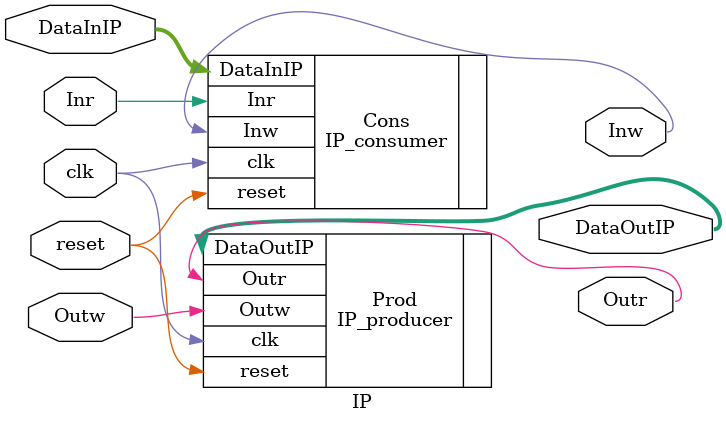
<source format=v>
module IP
   #(  parameter DATA_WIDTH = 37,
   parameter POSITION = 4'b0101,
   parameter FREQ = 4 
   /*   parameter LOG2_DEPTH = 5 */)
(
DataOutIP,
Outr,
Outw,
DataInIP,
Inr,
Inw,
clk,
reset
);
output [DATA_WIDTH-1 : 0] DataOutIP;
output Outr;
input Outw;
input [DATA_WIDTH-1 : 0] DataInIP;
output Inw;
input Inr;
input clk;
input reset;

wire Inr, Inw, Outw, Outr;

always @(posedge reset)
$display("IP block position %b resetted", POSITION);

IP_producer #(DATA_WIDTH, POSITION, FREQ) Prod(.DataOutIP(DataOutIP), .Outr(Outr), .Outw(Outw), .clk(clk),.reset(reset));
IP_consumer #(DATA_WIDTH, POSITION) Cons(.DataInIP(DataInIP), .Inr(Inr), .Inw(Inw), .clk(clk),.reset(reset));



endmodule


</source>
